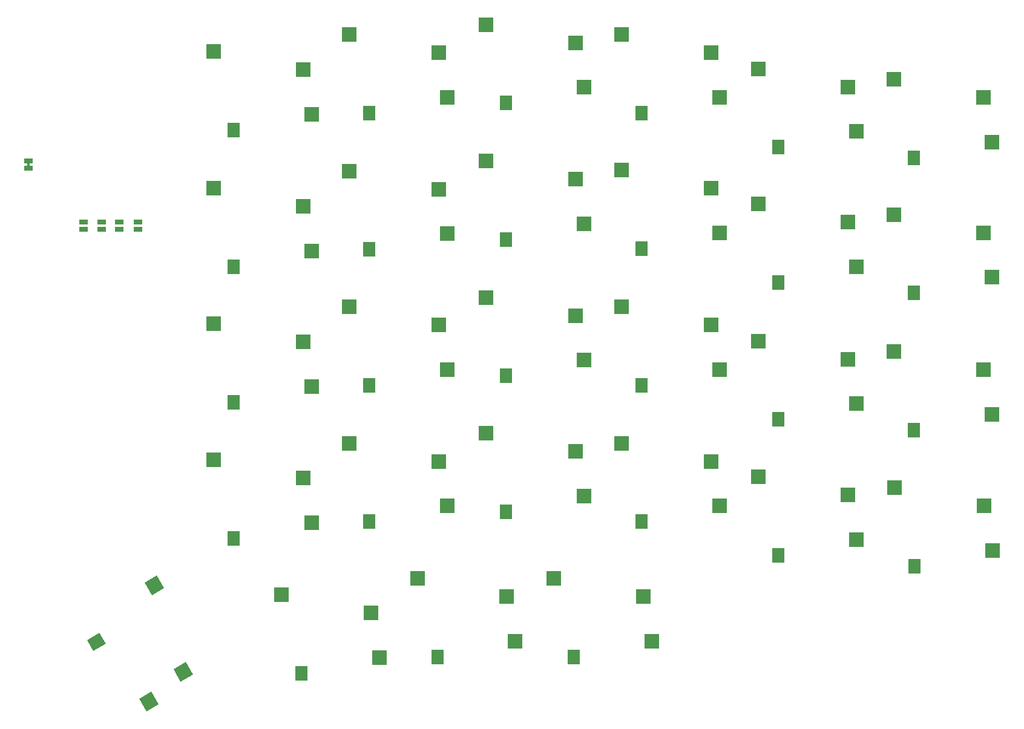
<source format=gbr>
G04 #@! TF.GenerationSoftware,KiCad,Pcbnew,(5.1.12)-1*
G04 #@! TF.CreationDate,2021-12-11T09:13:36+00:00*
G04 #@! TF.ProjectId,Lily58_Pro,4c696c79-3538-45f5-9072-6f2e6b696361,rev?*
G04 #@! TF.SameCoordinates,Original*
G04 #@! TF.FileFunction,Paste,Top*
G04 #@! TF.FilePolarity,Positive*
%FSLAX46Y46*%
G04 Gerber Fmt 4.6, Leading zero omitted, Abs format (unit mm)*
G04 Created by KiCad (PCBNEW (5.1.12)-1) date 2021-12-11 09:13:36*
%MOMM*%
%LPD*%
G01*
G04 APERTURE LIST*
%ADD10R,2.000000X2.000000*%
%ADD11R,1.800000X2.000000*%
%ADD12C,0.100000*%
%ADD13R,1.143000X0.635000*%
%ADD14R,0.381000X0.381000*%
G04 APERTURE END LIST*
D10*
X162500000Y-118670000D03*
X175000000Y-121210000D03*
D11*
X165300000Y-129650000D03*
D10*
X176200000Y-127450000D03*
X143400000Y-118670000D03*
X155900000Y-121210000D03*
D11*
X146200000Y-129650000D03*
D10*
X157100000Y-127450000D03*
X124400000Y-120920000D03*
X136900000Y-123460000D03*
D11*
X127200000Y-131900000D03*
D10*
X138100000Y-129700000D03*
D12*
G36*
X107965434Y-119976283D02*
G01*
X106233384Y-120976283D01*
X105233384Y-119244233D01*
X106965434Y-118244233D01*
X107965434Y-119976283D01*
G37*
G36*
X112015730Y-132071600D02*
G01*
X110283680Y-133071600D01*
X109283680Y-131339550D01*
X111015730Y-130339550D01*
X112015730Y-132071600D01*
G37*
G36*
X99806475Y-127804552D02*
G01*
X98074425Y-128804552D01*
X97174425Y-127245706D01*
X98906475Y-126245706D01*
X99806475Y-127804552D01*
G37*
G36*
X107211731Y-136230831D02*
G01*
X105479681Y-137230831D01*
X104479681Y-135498781D01*
X106211731Y-134498781D01*
X107211731Y-136230831D01*
G37*
D10*
X210150000Y-105920000D03*
X222650000Y-108460000D03*
D11*
X212950000Y-116900000D03*
D10*
X223850000Y-114700000D03*
X191100000Y-104420000D03*
X203600000Y-106960000D03*
D11*
X193900000Y-115400000D03*
D10*
X204800000Y-113200000D03*
X172000000Y-99720000D03*
X184500000Y-102260000D03*
D11*
X174800000Y-110700000D03*
D10*
X185700000Y-108500000D03*
X153000000Y-98320000D03*
X165500000Y-100860000D03*
D11*
X155800000Y-109300000D03*
D10*
X166700000Y-107100000D03*
X133900000Y-99720000D03*
X146400000Y-102260000D03*
D11*
X136700000Y-110700000D03*
D10*
X147600000Y-108500000D03*
X114900000Y-102020000D03*
X127400000Y-104560000D03*
D11*
X117700000Y-113000000D03*
D10*
X128600000Y-110800000D03*
X210100000Y-86920000D03*
X222600000Y-89460000D03*
D11*
X212900000Y-97900000D03*
D10*
X223800000Y-95700000D03*
X191100000Y-85420000D03*
X203600000Y-87960000D03*
D11*
X193900000Y-96400000D03*
D10*
X204800000Y-94200000D03*
X172000000Y-80620000D03*
X184500000Y-83160000D03*
D11*
X174800000Y-91600000D03*
D10*
X185700000Y-89400000D03*
X153000000Y-79320000D03*
X165500000Y-81860000D03*
D11*
X155800000Y-90300000D03*
D10*
X166700000Y-88100000D03*
X133900000Y-80620000D03*
X146400000Y-83160000D03*
D11*
X136700000Y-91600000D03*
D10*
X147600000Y-89400000D03*
X114900000Y-83020000D03*
X127400000Y-85560000D03*
D11*
X117700000Y-94000000D03*
D10*
X128600000Y-91800000D03*
X210100000Y-67720000D03*
X222600000Y-70260000D03*
D11*
X212900000Y-78700000D03*
D10*
X223800000Y-76500000D03*
X191100000Y-66220000D03*
X203600000Y-68760000D03*
D11*
X193900000Y-77200000D03*
D10*
X204800000Y-75000000D03*
X172000000Y-61520000D03*
X184500000Y-64060000D03*
D11*
X174800000Y-72500000D03*
D10*
X185700000Y-70300000D03*
X153000000Y-60220000D03*
X165500000Y-62760000D03*
D11*
X155800000Y-71200000D03*
D10*
X166700000Y-69000000D03*
X133900000Y-61620000D03*
X146400000Y-64160000D03*
D11*
X136700000Y-72600000D03*
D10*
X147600000Y-70400000D03*
X114900000Y-64020000D03*
X127400000Y-66560000D03*
D11*
X117700000Y-75000000D03*
D10*
X128600000Y-72800000D03*
X210100000Y-48820000D03*
X222600000Y-51360000D03*
D11*
X212900000Y-59800000D03*
D10*
X223800000Y-57600000D03*
X191100000Y-47320000D03*
X203600000Y-49860000D03*
D11*
X193900000Y-58300000D03*
D10*
X204800000Y-56100000D03*
X172000000Y-42520000D03*
X184500000Y-45060000D03*
D11*
X174800000Y-53500000D03*
D10*
X185700000Y-51300000D03*
X153000000Y-41130000D03*
X165500000Y-43670000D03*
D11*
X155800000Y-52110000D03*
D10*
X166700000Y-49910000D03*
X133900000Y-42520000D03*
X146400000Y-45060000D03*
D11*
X136700000Y-53500000D03*
D10*
X147600000Y-51300000D03*
X114900000Y-44920000D03*
X127400000Y-47460000D03*
D11*
X117700000Y-55900000D03*
D10*
X128600000Y-53700000D03*
D13*
X104300000Y-68799620D03*
X104300000Y-69800380D03*
X101700000Y-69800380D03*
X101700000Y-68799620D03*
X99200000Y-68799620D03*
X99200000Y-69800380D03*
X96700000Y-69800380D03*
X96700000Y-68799620D03*
X89000000Y-61200380D03*
X89000000Y-60199620D03*
D14*
X89000000Y-60700000D03*
M02*

</source>
